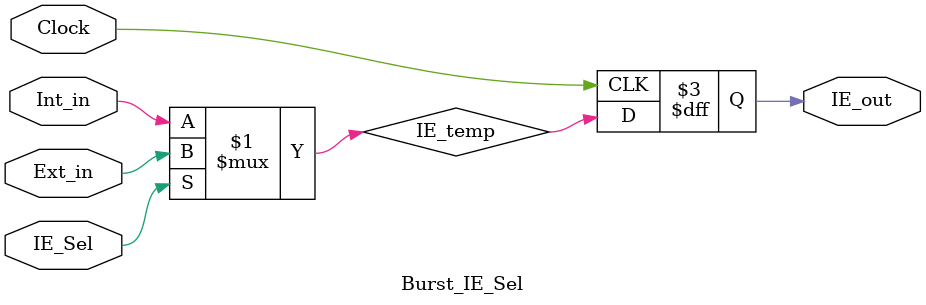
<source format=v>
`timescale	1ns/1ps

module	Burst_IE_Sel(IE_out, Int_in, Ext_in, IE_Sel, Clock)	;

output	IE_out	;
reg	IE_out	;

input	Int_in, Ext_in	;
wire	Int_in, Ext_in	;

input	IE_Sel	;
wire	IE_Sel	;

input	Clock	;
wire	Clock	;


wire	IE_temp	;
assign	IE_temp = (IE_Sel) ? Ext_in : Int_in	;


always	@(posedge	Clock)
	begin
		IE_out <= IE_temp	;
	end
	
endmodule

</source>
